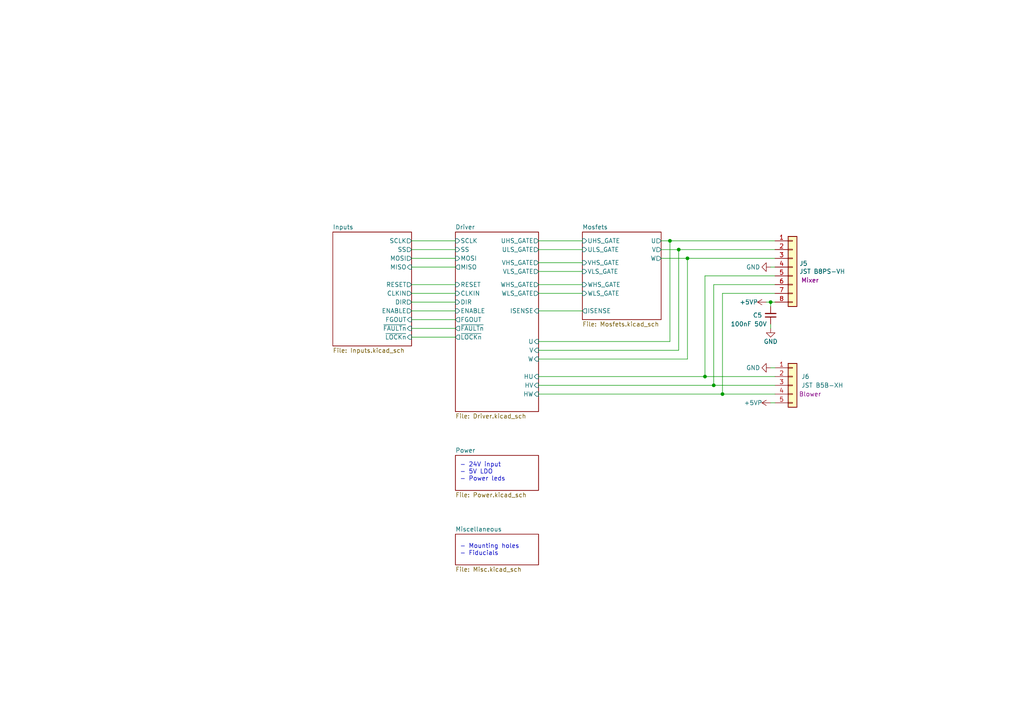
<source format=kicad_sch>
(kicad_sch (version 20211123) (generator eeschema)
  (paper "A4")
  (title_block (title "GD BLDC blower driver") (date "${date}") (rev "${version}") (company "3devo"))
  (lib_symbols
    (symbol "Connector_Generic:Conn_01x05" (pin_names (offset 1.016) hide)
      (property "Reference" "J" (at 0 7.62 0))
      (property "Value" "Conn_01x05" (at 0 -7.62 0))
      (symbol "Conn_01x05_1_1"
        (rectangle (start -1.27 -4.953) (end 0 -5.207) (stroke (width 0.1524)))
        (rectangle (start -1.27 -2.413) (end 0 -2.667) (stroke (width 0.1524)))
        (rectangle (start -1.27 0.127) (end 0 -0.127) (stroke (width 0.1524)))
        (rectangle (start -1.27 2.667) (end 0 2.413) (stroke (width 0.1524)))
        (rectangle (start -1.27 5.207) (end 0 4.953) (stroke (width 0.1524)))
        (rectangle (start -1.27 6.35) (end 1.27 -6.35) (stroke (width 0.254)) (fill (type background)))
        (pin passive line (at -5.08 5.08 0) (length 3.81) (name "Pin_1") (number "1"))
        (pin passive line (at -5.08 2.54 0) (length 3.81) (name "Pin_2") (number "2"))
        (pin passive line (at -5.08 0 0) (length 3.81) (name "Pin_3") (number "3"))
        (pin passive line (at -5.08 -2.54 0) (length 3.81) (name "Pin_4") (number "4"))
        (pin passive line (at -5.08 -5.08 0) (length 3.81) (name "Pin_5") (number "5"))
      )
    )
    (symbol "Connector_Generic:Conn_01x08" (pin_names (offset 1.016) hide)
      (property "Reference" "J" (at 0 10.16 0))
      (property "Value" "Conn_01x08" (at 0 -12.7 0))
      (symbol "Conn_01x08_1_1"
        (rectangle (start -1.27 -10.033) (end 0 -10.287) (stroke (width 0.1524)))
        (rectangle (start -1.27 -7.493) (end 0 -7.747) (stroke (width 0.1524)))
        (rectangle (start -1.27 -4.953) (end 0 -5.207) (stroke (width 0.1524)))
        (rectangle (start -1.27 -2.413) (end 0 -2.667) (stroke (width 0.1524)))
        (rectangle (start -1.27 0.127) (end 0 -0.127) (stroke (width 0.1524)))
        (rectangle (start -1.27 2.667) (end 0 2.413) (stroke (width 0.1524)))
        (rectangle (start -1.27 5.207) (end 0 4.953) (stroke (width 0.1524)))
        (rectangle (start -1.27 7.747) (end 0 7.493) (stroke (width 0.1524)))
        (rectangle (start -1.27 8.89) (end 1.27 -11.43) (stroke (width 0.254)) (fill (type background)))
        (pin passive line (at -5.08 7.62 0) (length 3.81) (name "Pin_1") (number "1"))
        (pin passive line (at -5.08 5.08 0) (length 3.81) (name "Pin_2") (number "2"))
        (pin passive line (at -5.08 2.54 0) (length 3.81) (name "Pin_3") (number "3"))
        (pin passive line (at -5.08 0 0) (length 3.81) (name "Pin_4") (number "4"))
        (pin passive line (at -5.08 -2.54 0) (length 3.81) (name "Pin_5") (number "5"))
        (pin passive line (at -5.08 -5.08 0) (length 3.81) (name "Pin_6") (number "6"))
        (pin passive line (at -5.08 -7.62 0) (length 3.81) (name "Pin_7") (number "7"))
        (pin passive line (at -5.08 -10.16 0) (length 3.81) (name "Pin_8") (number "8"))
      )
    )
    (symbol "Device:C_Small" (pin_numbers hide) (pin_names (offset 0.254) hide)
      (property "Reference" "C" (at 0.254 1.778 0))
      (property "Value" "C_Small" (at 0.254 -2.032 0))
      (symbol "C_Small_0_1"
        (polyline (pts (xy -1.524 -0.508) (xy 1.524 -0.508)) (stroke (width 0.3302)))
        (polyline (pts (xy -1.524 0.508) (xy 1.524 0.508)) (stroke (width 0.3048)))
      )
      (symbol "C_Small_1_1"
        (pin passive line (at 0 2.54 270) (length 2.032) (name "~") (number "1"))
        (pin passive line (at 0 -2.54 90) (length 2.032) (name "~") (number "2"))
      )
    )
    (symbol "power:+5VP" (power) (pin_names (offset 0))
      (property "Value" "+5VP" (at 0 3.556 0))
      (symbol "+5VP_0_1"
        (polyline (pts (xy -0.762 1.27) (xy 0 2.54)))
        (polyline (pts (xy 0 0) (xy 0 2.54)))
        (polyline (pts (xy 0 2.54) (xy 0.762 1.27)))
      )
      (symbol "+5VP_1_1"
        (pin power_in line (at 0 0 90) (length 0) hide (name "+5VP") (number "1"))
      )
    )
    (symbol "power:GND" (power) (pin_names (offset 0))
      (property "Value" "GND" (at 0 -3.81 0))
      (symbol "GND_0_1"
        (polyline (pts (xy 0 0) (xy 0 -1.27) (xy 1.27 -1.27) (xy 0 -2.54) (xy -1.27 -1.27) (xy 0 -1.27)))
      )
      (symbol "GND_1_1"
        (pin power_in line (at 0 0 270) (length 0) hide (name "GND") (number "1"))
      )
    )
  )
  (junction (at 196.85 72.39))
  (junction (at 194.31 69.85))
  (junction (at 204.47 109.22))
  (junction (at 199.39 74.93))
  (junction (at 209.55 114.3))
  (junction (at 223.52 87.63))
  (junction (at 207.01 111.76))
  (wire (pts (xy 224.79 87.63) (xy 223.52 87.63)))
  (wire (pts (xy 223.52 116.84) (xy 224.79 116.84)))
  (wire (pts (xy 156.21 99.06) (xy 194.31 99.06)))
  (wire (pts (xy 156.21 90.17) (xy 168.91 90.17)))
  (wire (pts (xy 223.52 106.68) (xy 224.79 106.68)))
  (wire (pts (xy 156.21 101.6) (xy 196.85 101.6)))
  (wire (pts (xy 191.77 69.85) (xy 194.31 69.85)))
  (wire (pts (xy 223.52 87.63) (xy 223.52 88.9)))
  (wire (pts (xy 119.38 72.39) (xy 132.08 72.39)))
  (wire (pts (xy 209.55 85.09) (xy 209.55 114.3)))
  (wire (pts (xy 194.31 69.85) (xy 224.79 69.85)))
  (wire (pts (xy 204.47 109.22) (xy 156.21 109.22)))
  (wire (pts (xy 156.21 76.2) (xy 168.91 76.2)))
  (wire (pts (xy 207.01 111.76) (xy 207.01 82.55)))
  (wire (pts (xy 196.85 72.39) (xy 224.79 72.39)))
  (wire (pts (xy 196.85 101.6) (xy 196.85 72.39)))
  (wire (pts (xy 204.47 80.01) (xy 224.79 80.01)))
  (wire (pts (xy 119.38 85.09) (xy 132.08 85.09)))
  (wire (pts (xy 119.38 74.93) (xy 132.08 74.93)))
  (wire (pts (xy 191.77 74.93) (xy 199.39 74.93)))
  (wire (pts (xy 204.47 80.01) (xy 204.47 109.22)))
  (wire (pts (xy 207.01 111.76) (xy 224.79 111.76)))
  (wire (pts (xy 119.38 87.63) (xy 132.08 87.63)))
  (wire (pts (xy 156.21 72.39) (xy 168.91 72.39)))
  (wire (pts (xy 156.21 69.85) (xy 168.91 69.85)))
  (wire (pts (xy 222.25 87.63) (xy 223.52 87.63)))
  (wire (pts (xy 156.21 104.14) (xy 199.39 104.14)))
  (wire (pts (xy 156.21 111.76) (xy 207.01 111.76)))
  (wire (pts (xy 119.38 97.79) (xy 132.08 97.79)))
  (wire (pts (xy 119.38 95.25) (xy 132.08 95.25)))
  (wire (pts (xy 223.52 77.47) (xy 224.79 77.47)))
  (wire (pts (xy 119.38 77.47) (xy 132.08 77.47)))
  (wire (pts (xy 119.38 90.17) (xy 132.08 90.17)))
  (wire (pts (xy 191.77 72.39) (xy 196.85 72.39)))
  (wire (pts (xy 207.01 82.55) (xy 224.79 82.55)))
  (wire (pts (xy 204.47 109.22) (xy 224.79 109.22)))
  (wire (pts (xy 156.21 85.09) (xy 168.91 85.09)))
  (wire (pts (xy 119.38 82.55) (xy 132.08 82.55)))
  (wire (pts (xy 156.21 78.74) (xy 168.91 78.74)))
  (wire (pts (xy 223.52 93.98) (xy 223.52 95.25)))
  (wire (pts (xy 194.31 99.06) (xy 194.31 69.85)))
  (wire (pts (xy 119.38 92.71) (xy 132.08 92.71)))
  (wire (pts (xy 209.55 114.3) (xy 224.79 114.3)))
  (wire (pts (xy 199.39 74.93) (xy 199.39 104.14)))
  (wire (pts (xy 209.55 114.3) (xy 156.21 114.3)))
  (wire (pts (xy 156.21 82.55) (xy 168.91 82.55)))
  (wire (pts (xy 199.39 74.93) (xy 224.79 74.93)))
  (wire (pts (xy 119.38 69.85) (xy 132.08 69.85)))
  (wire (pts (xy 209.55 85.09) (xy 224.79 85.09)))
  (text "- Mounting holes\n- Fiducials" (at 133.35 161.29 0) (effects (font (size 1.27 1.27)) (justify left bottom)))
  (text "- 24V input\n- 5V LDO\n- Power leds" (at 133.35 139.7 0) (effects (font (size 1.27 1.27)) (justify left bottom)))
  (symbol (lib_id "Device:C_Small") (at 223.52 91.44 0) (mirror x) (unit 1)
    (property "Reference" "C5" (at 219.71 91.44 0))
    (property "Value" "100nF 50V" (at 217.17 93.98 0))
    (property "Footprint" "Capacitor_SMD:C_0603_1608Metric" (effects hide))
    (property "Manufacturer" "Murata" (effects hide))
    (property "Partnumber" "GCM188L81H104KA57D" (effects hide))
  )
  (symbol (lib_id "power:GND") (at 223.52 95.25 0) (mirror y) (unit 1)
    (property "Reference" "#PWR0119" (effects hide))
    (property "Value" "GND" (at 223.52 99.06 0))
  )
  (symbol (lib_id "Connector_Generic:Conn_01x08") (at 229.87 77.47 0) (unit 1)
    (property "Reference" "J5" (at 231.8512 76.4286 0) (effects (justify left)))
    (property "Value" "JST B8PS-VH" (at 231.8512 78.74 0) (effects (justify left)))
    (property "Footprint" "Connector_JST:JST_VH_B8PS-VH_1x08_P3.96mm_Horizontal" (effects hide))
    (property "Datasheet" "http://www.jst-mfg.com/product/pdf/eng/eVH.pdf" (effects hide))
    (property "Manufacturer" "JST" (effects hide))
    (property "Function" "Mixer" (at 234.95 81.28 0))
    (property "Partnumber" "B8PS-VH(LF)(SN)" (effects hide))
  )
  (symbol (lib_id "power:GND") (at 223.52 77.47 270) (unit 1)
    (property "Reference" "#PWR0111" (effects hide))
    (property "Value" "GND" (at 218.44 77.47 90))
  )
  (symbol (lib_id "Connector_Generic:Conn_01x05") (at 229.87 111.76 0) (unit 1)
    (property "Reference" "J6" (at 232.41 109.22 0) (effects (justify left)))
    (property "Value" "JST B5B-XH" (at 232.41 111.76 0) (effects (justify left)))
    (property "Footprint" "Connector_JST:JST_XH_B5B-XH-A_1x05_P2.50mm_Vertical" (effects hide))
    (property "Manufacturer" "JST" (effects hide))
    (property "Function" "Blower" (at 234.95 114.3 0))
    (property "Partnumber" "B5B-XH-A (LF)(SN)" (effects hide))
  )
  (symbol (lib_id "power:GND") (at 223.52 106.68 270) (unit 1)
    (property "Reference" "#PWR0169" (effects hide))
    (property "Value" "GND" (at 218.44 106.68 90))
  )
  (symbol (lib_id "power:+5VP") (at 223.52 116.84 90) (unit 1)
    (property "Reference" "#PWR0107" (effects hide))
    (property "Value" "+5VP" (at 218.44 116.84 90))
  )
  (symbol (lib_id "power:+5VP") (at 222.25 87.63 90) (unit 1)
    (property "Reference" "#PWR0102" (effects hide))
    (property "Value" "+5VP" (at 217.17 87.63 90))
  )
  (sheet (at 132.08 154.94) (size 24.13 8.89) (stroke (width 0.1524))
    (property "Sheet name" "Miscellaneous" (at 132.08 154.2284 0) (effects (justify left bottom)))
    (property "Sheet file" "Misc.kicad_sch" (at 132.08 164.4146 0) (effects (justify left top)))
  )
  (sheet (at 132.08 67.31) (size 24.13 52.07) (stroke (width 0.1524))
    (property "Sheet name" "Driver" (at 132.08 66.5984 0) (effects (justify left bottom)))
    (property "Sheet file" "Driver.kicad_sch" (at 132.08 119.9646 0) (effects (justify left top)))
    (pin "WHS_GATE" output (at 156.21 82.55 0))
    (pin "VHS_GATE" output (at 156.21 76.2 0))
    (pin "UHS_GATE" output (at 156.21 69.85 0))
    (pin "ULS_GATE" output (at 156.21 72.39 0))
    (pin "VLS_GATE" output (at 156.21 78.74 0))
    (pin "WLS_GATE" output (at 156.21 85.09 0))
    (pin "U" input (at 156.21 99.06 0))
    (pin "V" input (at 156.21 101.6 0))
    (pin "W" input (at 156.21 104.14 0))
    (pin "CLKIN" input (at 132.08 85.09 180))
    (pin "DIR" input (at 132.08 87.63 180))
    (pin "ENABLE" input (at 132.08 90.17 180))
    (pin "~{FAULTn}" output (at 132.08 95.25 180))
    (pin "FGOUT" output (at 132.08 92.71 180))
    (pin "~{LOCKn}" output (at 132.08 97.79 180))
    (pin "SS" input (at 132.08 72.39 180))
    (pin "MISO" output (at 132.08 77.47 180))
    (pin "MOSI" input (at 132.08 74.93 180))
    (pin "SCLK" input (at 132.08 69.85 180))
    (pin "HW" input (at 156.21 114.3 0))
    (pin "HU" input (at 156.21 109.22 0))
    (pin "HV" input (at 156.21 111.76 0))
    (pin "ISENSE" input (at 156.21 90.17 0))
    (pin "RESET" input (at 132.08 82.55 180))
  )
  (sheet (at 132.08 132.08) (size 24.13 10.16) (stroke (width 0.1524))
    (property "Sheet name" "Power" (at 132.08 131.3684 0) (effects (justify left bottom)))
    (property "Sheet file" "Power.kicad_sch" (at 132.08 142.8246 0) (effects (justify left top)))
  )
  (sheet (at 168.91 67.31) (size 22.86 25.4) (stroke (width 0.1524))
    (property "Sheet name" "Mosfets" (at 168.91 66.5984 0) (effects (justify left bottom)))
    (property "Sheet file" "Mosfets.kicad_sch" (at 168.91 93.2946 0) (effects (justify left top)))
    (pin "W" output (at 191.77 74.93 0))
    (pin "U" output (at 191.77 69.85 0))
    (pin "V" output (at 191.77 72.39 0))
    (pin "ISENSE" output (at 168.91 90.17 180))
    (pin "VLS_GATE" input (at 168.91 78.74 180))
    (pin "ULS_GATE" input (at 168.91 72.39 180))
    (pin "VHS_GATE" input (at 168.91 76.2 180))
    (pin "UHS_GATE" input (at 168.91 69.85 180))
    (pin "WLS_GATE" input (at 168.91 85.09 180))
    (pin "WHS_GATE" input (at 168.91 82.55 180))
  )
  (sheet (at 96.52 67.31) (size 22.86 33.02) (stroke (width 0.1524))
    (property "Sheet name" "Inputs" (at 96.52 66.5984 0) (effects (justify left bottom)))
    (property "Sheet file" "Inputs.kicad_sch" (at 96.52 100.9146 0) (effects (justify left top)))
    (pin "~{LOCKn}" input (at 119.38 97.79 0))
    (pin "MISO" input (at 119.38 77.47 0))
    (pin "SS" output (at 119.38 72.39 0))
    (pin "SCLK" output (at 119.38 69.85 0))
    (pin "MOSI" output (at 119.38 74.93 0))
    (pin "FGOUT" input (at 119.38 92.71 0))
    (pin "DIR" output (at 119.38 87.63 0))
    (pin "CLKIN" output (at 119.38 85.09 0))
    (pin "ENABLE" output (at 119.38 90.17 0))
    (pin "~{FAULTn}" input (at 119.38 95.25 0))
    (pin "RESET" output (at 119.38 82.55 0))
  )
)
</source>
